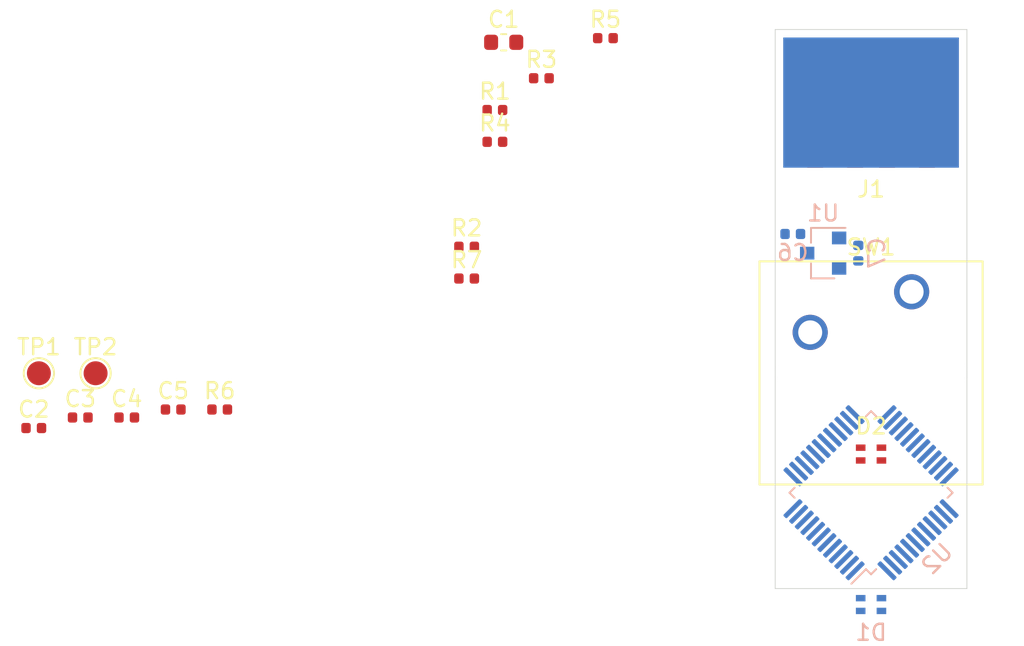
<source format=kicad_pcb>
(kicad_pcb (version 20171130) (host pcbnew 5.1.6)

  (general
    (thickness 1.6)
    (drawings 4)
    (tracks 0)
    (zones 0)
    (modules 22)
    (nets 48)
  )

  (page A4)
  (layers
    (0 F.Cu signal)
    (31 B.Cu signal)
    (32 B.Adhes user)
    (33 F.Adhes user)
    (34 B.Paste user)
    (35 F.Paste user)
    (36 B.SilkS user)
    (37 F.SilkS user)
    (38 B.Mask user)
    (39 F.Mask user)
    (40 Dwgs.User user)
    (41 Cmts.User user)
    (42 Eco1.User user)
    (43 Eco2.User user)
    (44 Edge.Cuts user)
    (45 Margin user)
    (46 B.CrtYd user)
    (47 F.CrtYd user)
    (48 B.Fab user)
    (49 F.Fab user)
  )

  (setup
    (last_trace_width 0.25)
    (trace_clearance 0.2)
    (zone_clearance 0.508)
    (zone_45_only no)
    (trace_min 0.2)
    (via_size 0.8)
    (via_drill 0.4)
    (via_min_size 0.6)
    (via_min_drill 0.3)
    (uvia_size 0.3)
    (uvia_drill 0.1)
    (uvias_allowed no)
    (uvia_min_size 0.2)
    (uvia_min_drill 0.1)
    (edge_width 0.05)
    (segment_width 0.2)
    (pcb_text_width 0.3)
    (pcb_text_size 1.5 1.5)
    (mod_edge_width 0.12)
    (mod_text_size 1 1)
    (mod_text_width 0.15)
    (pad_size 1.524 1.524)
    (pad_drill 0.762)
    (pad_to_mask_clearance 0.05)
    (aux_axis_origin 0 0)
    (visible_elements FFFFF77F)
    (pcbplotparams
      (layerselection 0x010fc_ffffffff)
      (usegerberextensions false)
      (usegerberattributes true)
      (usegerberadvancedattributes true)
      (creategerberjobfile true)
      (excludeedgelayer true)
      (linewidth 0.100000)
      (plotframeref false)
      (viasonmask false)
      (mode 1)
      (useauxorigin false)
      (hpglpennumber 1)
      (hpglpenspeed 20)
      (hpglpendiameter 15.000000)
      (psnegative false)
      (psa4output false)
      (plotreference true)
      (plotvalue true)
      (plotinvisibletext false)
      (padsonsilk false)
      (subtractmaskfromsilk false)
      (outputformat 1)
      (mirror false)
      (drillshape 1)
      (scaleselection 1)
      (outputdirectory ""))
  )

  (net 0 "")
  (net 1 GND)
  (net 2 +3V3)
  (net 3 VBUS)
  (net 4 "Net-(D1-Pad4)")
  (net 5 "Net-(D1-Pad3)")
  (net 6 "Net-(D1-Pad1)")
  (net 7 "Net-(D2-Pad4)")
  (net 8 "Net-(D2-Pad3)")
  (net 9 "Net-(D2-Pad1)")
  (net 10 /D+)
  (net 11 /D-)
  (net 12 /BTN1)
  (net 13 /LED1_R)
  (net 14 /LED1_G)
  (net 15 /LED1_B)
  (net 16 /LED2_R)
  (net 17 /LED2_G)
  (net 18 /LED2_B)
  (net 19 /SWDIO)
  (net 20 /SWCLK)
  (net 21 "Net-(U2-Pad46)")
  (net 22 "Net-(U2-Pad45)")
  (net 23 "Net-(U2-Pad43)")
  (net 24 "Net-(U2-Pad42)")
  (net 25 "Net-(U2-Pad40)")
  (net 26 "Net-(U2-Pad39)")
  (net 27 "Net-(U2-Pad38)")
  (net 28 "Net-(U2-Pad31)")
  (net 29 "Net-(U2-Pad30)")
  (net 30 "Net-(U2-Pad29)")
  (net 31 "Net-(U2-Pad28)")
  (net 32 "Net-(U2-Pad27)")
  (net 33 "Net-(U2-Pad26)")
  (net 34 "Net-(U2-Pad25)")
  (net 35 "Net-(U2-Pad22)")
  (net 36 "Net-(U2-Pad21)")
  (net 37 "Net-(U2-Pad20)")
  (net 38 "Net-(U2-Pad17)")
  (net 39 "Net-(U2-Pad16)")
  (net 40 "Net-(U2-Pad15)")
  (net 41 "Net-(U2-Pad14)")
  (net 42 "Net-(U2-Pad7)")
  (net 43 "Net-(U2-Pad6)")
  (net 44 "Net-(U2-Pad5)")
  (net 45 "Net-(U2-Pad4)")
  (net 46 "Net-(U2-Pad3)")
  (net 47 "Net-(U2-Pad2)")

  (net_class Default "This is the default net class."
    (clearance 0.2)
    (trace_width 0.25)
    (via_dia 0.8)
    (via_drill 0.4)
    (uvia_dia 0.3)
    (uvia_drill 0.1)
    (add_net +3V3)
    (add_net /BTN1)
    (add_net /D+)
    (add_net /D-)
    (add_net /LED1_B)
    (add_net /LED1_G)
    (add_net /LED1_R)
    (add_net /LED2_B)
    (add_net /LED2_G)
    (add_net /LED2_R)
    (add_net /SWCLK)
    (add_net /SWDIO)
    (add_net GND)
    (add_net "Net-(D1-Pad1)")
    (add_net "Net-(D1-Pad3)")
    (add_net "Net-(D1-Pad4)")
    (add_net "Net-(D2-Pad1)")
    (add_net "Net-(D2-Pad3)")
    (add_net "Net-(D2-Pad4)")
    (add_net "Net-(U2-Pad14)")
    (add_net "Net-(U2-Pad15)")
    (add_net "Net-(U2-Pad16)")
    (add_net "Net-(U2-Pad17)")
    (add_net "Net-(U2-Pad2)")
    (add_net "Net-(U2-Pad20)")
    (add_net "Net-(U2-Pad21)")
    (add_net "Net-(U2-Pad22)")
    (add_net "Net-(U2-Pad25)")
    (add_net "Net-(U2-Pad26)")
    (add_net "Net-(U2-Pad27)")
    (add_net "Net-(U2-Pad28)")
    (add_net "Net-(U2-Pad29)")
    (add_net "Net-(U2-Pad3)")
    (add_net "Net-(U2-Pad30)")
    (add_net "Net-(U2-Pad31)")
    (add_net "Net-(U2-Pad38)")
    (add_net "Net-(U2-Pad39)")
    (add_net "Net-(U2-Pad4)")
    (add_net "Net-(U2-Pad40)")
    (add_net "Net-(U2-Pad42)")
    (add_net "Net-(U2-Pad43)")
    (add_net "Net-(U2-Pad45)")
    (add_net "Net-(U2-Pad46)")
    (add_net "Net-(U2-Pad5)")
    (add_net "Net-(U2-Pad6)")
    (add_net "Net-(U2-Pad7)")
    (add_net VBUS)
  )

  (module Capacitor_SMD:C_0402_1005Metric (layer B.Cu) (tedit 5B301BBE) (tstamp 5F92C15E)
    (at 145.1 62.8)
    (descr "Capacitor SMD 0402 (1005 Metric), square (rectangular) end terminal, IPC_7351 nominal, (Body size source: http://www.tortai-tech.com/upload/download/2011102023233369053.pdf), generated with kicad-footprint-generator")
    (tags capacitor)
    (path /5F93753A)
    (attr smd)
    (fp_text reference C6 (at 0 1.17) (layer B.SilkS)
      (effects (font (size 1 1) (thickness 0.15)) (justify mirror))
    )
    (fp_text value 1u (at 0 -1.17) (layer B.Fab)
      (effects (font (size 1 1) (thickness 0.15)) (justify mirror))
    )
    (fp_text user %R (at 0 0) (layer B.Fab)
      (effects (font (size 0.25 0.25) (thickness 0.04)) (justify mirror))
    )
    (fp_line (start -0.5 -0.25) (end -0.5 0.25) (layer B.Fab) (width 0.1))
    (fp_line (start -0.5 0.25) (end 0.5 0.25) (layer B.Fab) (width 0.1))
    (fp_line (start 0.5 0.25) (end 0.5 -0.25) (layer B.Fab) (width 0.1))
    (fp_line (start 0.5 -0.25) (end -0.5 -0.25) (layer B.Fab) (width 0.1))
    (fp_line (start -0.93 -0.47) (end -0.93 0.47) (layer B.CrtYd) (width 0.05))
    (fp_line (start -0.93 0.47) (end 0.93 0.47) (layer B.CrtYd) (width 0.05))
    (fp_line (start 0.93 0.47) (end 0.93 -0.47) (layer B.CrtYd) (width 0.05))
    (fp_line (start 0.93 -0.47) (end -0.93 -0.47) (layer B.CrtYd) (width 0.05))
    (pad 2 smd roundrect (at 0.485 0) (size 0.59 0.64) (layers B.Cu B.Paste B.Mask) (roundrect_rratio 0.25)
      (net 1 GND))
    (pad 1 smd roundrect (at -0.485 0) (size 0.59 0.64) (layers B.Cu B.Paste B.Mask) (roundrect_rratio 0.25)
      (net 3 VBUS))
    (model ${KISYS3DMOD}/Capacitor_SMD.3dshapes/C_0402_1005Metric.wrl
      (at (xyz 0 0 0))
      (scale (xyz 1 1 1))
      (rotate (xyz 0 0 0))
    )
  )

  (module Package_QFP:LQFP-48_7x7mm_P0.5mm (layer B.Cu) (tedit 5D9F72AF) (tstamp 5F92E9DF)
    (at 150 79 45)
    (descr "LQFP, 48 Pin (https://www.analog.com/media/en/technical-documentation/data-sheets/ltc2358-16.pdf), generated with kicad-footprint-generator ipc_gullwing_generator.py")
    (tags "LQFP QFP")
    (path /5F878F8D)
    (attr smd)
    (fp_text reference U2 (at 0 5.85 45) (layer B.SilkS)
      (effects (font (size 1 1) (thickness 0.15)) (justify mirror))
    )
    (fp_text value STM32F072CBT6 (at 0 -5.85 45) (layer B.Fab)
      (effects (font (size 1 1) (thickness 0.15)) (justify mirror))
    )
    (fp_line (start 3.16 -3.61) (end 3.61 -3.61) (layer B.SilkS) (width 0.12))
    (fp_line (start 3.61 -3.61) (end 3.61 -3.16) (layer B.SilkS) (width 0.12))
    (fp_line (start -3.16 -3.61) (end -3.61 -3.61) (layer B.SilkS) (width 0.12))
    (fp_line (start -3.61 -3.61) (end -3.61 -3.16) (layer B.SilkS) (width 0.12))
    (fp_line (start 3.16 3.61) (end 3.61 3.61) (layer B.SilkS) (width 0.12))
    (fp_line (start 3.61 3.61) (end 3.61 3.16) (layer B.SilkS) (width 0.12))
    (fp_line (start -3.16 3.61) (end -3.61 3.61) (layer B.SilkS) (width 0.12))
    (fp_line (start -3.61 3.61) (end -3.61 3.16) (layer B.SilkS) (width 0.12))
    (fp_line (start -3.61 3.16) (end -4.9 3.16) (layer B.SilkS) (width 0.12))
    (fp_line (start -2.5 3.5) (end 3.5 3.5) (layer B.Fab) (width 0.1))
    (fp_line (start 3.5 3.5) (end 3.5 -3.5) (layer B.Fab) (width 0.1))
    (fp_line (start 3.5 -3.5) (end -3.5 -3.5) (layer B.Fab) (width 0.1))
    (fp_line (start -3.5 -3.5) (end -3.5 2.5) (layer B.Fab) (width 0.1))
    (fp_line (start -3.5 2.5) (end -2.5 3.5) (layer B.Fab) (width 0.1))
    (fp_line (start 0 5.15) (end -3.15 5.15) (layer B.CrtYd) (width 0.05))
    (fp_line (start -3.15 5.15) (end -3.15 3.75) (layer B.CrtYd) (width 0.05))
    (fp_line (start -3.15 3.75) (end -3.75 3.75) (layer B.CrtYd) (width 0.05))
    (fp_line (start -3.75 3.75) (end -3.75 3.15) (layer B.CrtYd) (width 0.05))
    (fp_line (start -3.75 3.15) (end -5.15 3.15) (layer B.CrtYd) (width 0.05))
    (fp_line (start -5.15 3.15) (end -5.15 0) (layer B.CrtYd) (width 0.05))
    (fp_line (start 0 5.15) (end 3.15 5.15) (layer B.CrtYd) (width 0.05))
    (fp_line (start 3.15 5.15) (end 3.15 3.75) (layer B.CrtYd) (width 0.05))
    (fp_line (start 3.15 3.75) (end 3.75 3.75) (layer B.CrtYd) (width 0.05))
    (fp_line (start 3.75 3.75) (end 3.75 3.15) (layer B.CrtYd) (width 0.05))
    (fp_line (start 3.75 3.15) (end 5.15 3.15) (layer B.CrtYd) (width 0.05))
    (fp_line (start 5.15 3.15) (end 5.15 0) (layer B.CrtYd) (width 0.05))
    (fp_line (start 0 -5.15) (end -3.15 -5.15) (layer B.CrtYd) (width 0.05))
    (fp_line (start -3.15 -5.15) (end -3.15 -3.75) (layer B.CrtYd) (width 0.05))
    (fp_line (start -3.15 -3.75) (end -3.75 -3.75) (layer B.CrtYd) (width 0.05))
    (fp_line (start -3.75 -3.75) (end -3.75 -3.15) (layer B.CrtYd) (width 0.05))
    (fp_line (start -3.75 -3.15) (end -5.15 -3.15) (layer B.CrtYd) (width 0.05))
    (fp_line (start -5.15 -3.15) (end -5.15 0) (layer B.CrtYd) (width 0.05))
    (fp_line (start 0 -5.15) (end 3.15 -5.15) (layer B.CrtYd) (width 0.05))
    (fp_line (start 3.15 -5.15) (end 3.15 -3.75) (layer B.CrtYd) (width 0.05))
    (fp_line (start 3.15 -3.75) (end 3.75 -3.75) (layer B.CrtYd) (width 0.05))
    (fp_line (start 3.75 -3.75) (end 3.75 -3.15) (layer B.CrtYd) (width 0.05))
    (fp_line (start 3.75 -3.15) (end 5.15 -3.15) (layer B.CrtYd) (width 0.05))
    (fp_line (start 5.15 -3.15) (end 5.15 0) (layer B.CrtYd) (width 0.05))
    (fp_text user %R (at 0 0 45) (layer B.Fab)
      (effects (font (size 1 1) (thickness 0.15)) (justify mirror))
    )
    (pad 48 smd roundrect (at -2.75 4.1625 45) (size 0.3 1.475) (layers B.Cu B.Paste B.Mask) (roundrect_rratio 0.25)
      (net 2 +3V3))
    (pad 47 smd roundrect (at -2.25 4.1625 45) (size 0.3 1.475) (layers B.Cu B.Paste B.Mask) (roundrect_rratio 0.25)
      (net 1 GND))
    (pad 46 smd roundrect (at -1.75 4.1625 45) (size 0.3 1.475) (layers B.Cu B.Paste B.Mask) (roundrect_rratio 0.25)
      (net 21 "Net-(U2-Pad46)"))
    (pad 45 smd roundrect (at -1.25 4.1625 45) (size 0.3 1.475) (layers B.Cu B.Paste B.Mask) (roundrect_rratio 0.25)
      (net 22 "Net-(U2-Pad45)"))
    (pad 44 smd roundrect (at -0.75 4.1625 45) (size 0.3 1.475) (layers B.Cu B.Paste B.Mask) (roundrect_rratio 0.25)
      (net 12 /BTN1))
    (pad 43 smd roundrect (at -0.25 4.1625 45) (size 0.3 1.475) (layers B.Cu B.Paste B.Mask) (roundrect_rratio 0.25)
      (net 23 "Net-(U2-Pad43)"))
    (pad 42 smd roundrect (at 0.25 4.1625 45) (size 0.3 1.475) (layers B.Cu B.Paste B.Mask) (roundrect_rratio 0.25)
      (net 24 "Net-(U2-Pad42)"))
    (pad 41 smd roundrect (at 0.75 4.1625 45) (size 0.3 1.475) (layers B.Cu B.Paste B.Mask) (roundrect_rratio 0.25)
      (net 18 /LED2_B))
    (pad 40 smd roundrect (at 1.25 4.1625 45) (size 0.3 1.475) (layers B.Cu B.Paste B.Mask) (roundrect_rratio 0.25)
      (net 25 "Net-(U2-Pad40)"))
    (pad 39 smd roundrect (at 1.75 4.1625 45) (size 0.3 1.475) (layers B.Cu B.Paste B.Mask) (roundrect_rratio 0.25)
      (net 26 "Net-(U2-Pad39)"))
    (pad 38 smd roundrect (at 2.25 4.1625 45) (size 0.3 1.475) (layers B.Cu B.Paste B.Mask) (roundrect_rratio 0.25)
      (net 27 "Net-(U2-Pad38)"))
    (pad 37 smd roundrect (at 2.75 4.1625 45) (size 0.3 1.475) (layers B.Cu B.Paste B.Mask) (roundrect_rratio 0.25)
      (net 20 /SWCLK))
    (pad 36 smd roundrect (at 4.1625 2.75 45) (size 1.475 0.3) (layers B.Cu B.Paste B.Mask) (roundrect_rratio 0.25)
      (net 2 +3V3))
    (pad 35 smd roundrect (at 4.1625 2.25 45) (size 1.475 0.3) (layers B.Cu B.Paste B.Mask) (roundrect_rratio 0.25)
      (net 1 GND))
    (pad 34 smd roundrect (at 4.1625 1.75 45) (size 1.475 0.3) (layers B.Cu B.Paste B.Mask) (roundrect_rratio 0.25)
      (net 19 /SWDIO))
    (pad 33 smd roundrect (at 4.1625 1.25 45) (size 1.475 0.3) (layers B.Cu B.Paste B.Mask) (roundrect_rratio 0.25)
      (net 10 /D+))
    (pad 32 smd roundrect (at 4.1625 0.75 45) (size 1.475 0.3) (layers B.Cu B.Paste B.Mask) (roundrect_rratio 0.25)
      (net 11 /D-))
    (pad 31 smd roundrect (at 4.1625 0.25 45) (size 1.475 0.3) (layers B.Cu B.Paste B.Mask) (roundrect_rratio 0.25)
      (net 28 "Net-(U2-Pad31)"))
    (pad 30 smd roundrect (at 4.1625 -0.25 45) (size 1.475 0.3) (layers B.Cu B.Paste B.Mask) (roundrect_rratio 0.25)
      (net 29 "Net-(U2-Pad30)"))
    (pad 29 smd roundrect (at 4.1625 -0.75 45) (size 1.475 0.3) (layers B.Cu B.Paste B.Mask) (roundrect_rratio 0.25)
      (net 30 "Net-(U2-Pad29)"))
    (pad 28 smd roundrect (at 4.1625 -1.25 45) (size 1.475 0.3) (layers B.Cu B.Paste B.Mask) (roundrect_rratio 0.25)
      (net 31 "Net-(U2-Pad28)"))
    (pad 27 smd roundrect (at 4.1625 -1.75 45) (size 1.475 0.3) (layers B.Cu B.Paste B.Mask) (roundrect_rratio 0.25)
      (net 32 "Net-(U2-Pad27)"))
    (pad 26 smd roundrect (at 4.1625 -2.25 45) (size 1.475 0.3) (layers B.Cu B.Paste B.Mask) (roundrect_rratio 0.25)
      (net 33 "Net-(U2-Pad26)"))
    (pad 25 smd roundrect (at 4.1625 -2.75 45) (size 1.475 0.3) (layers B.Cu B.Paste B.Mask) (roundrect_rratio 0.25)
      (net 34 "Net-(U2-Pad25)"))
    (pad 24 smd roundrect (at 2.75 -4.1625 45) (size 0.3 1.475) (layers B.Cu B.Paste B.Mask) (roundrect_rratio 0.25)
      (net 2 +3V3))
    (pad 23 smd roundrect (at 2.25 -4.1625 45) (size 0.3 1.475) (layers B.Cu B.Paste B.Mask) (roundrect_rratio 0.25)
      (net 1 GND))
    (pad 22 smd roundrect (at 1.75 -4.1625 45) (size 0.3 1.475) (layers B.Cu B.Paste B.Mask) (roundrect_rratio 0.25)
      (net 35 "Net-(U2-Pad22)"))
    (pad 21 smd roundrect (at 1.25 -4.1625 45) (size 0.3 1.475) (layers B.Cu B.Paste B.Mask) (roundrect_rratio 0.25)
      (net 36 "Net-(U2-Pad21)"))
    (pad 20 smd roundrect (at 0.75 -4.1625 45) (size 0.3 1.475) (layers B.Cu B.Paste B.Mask) (roundrect_rratio 0.25)
      (net 37 "Net-(U2-Pad20)"))
    (pad 19 smd roundrect (at 0.25 -4.1625 45) (size 0.3 1.475) (layers B.Cu B.Paste B.Mask) (roundrect_rratio 0.25)
      (net 16 /LED2_R))
    (pad 18 smd roundrect (at -0.25 -4.1625 45) (size 0.3 1.475) (layers B.Cu B.Paste B.Mask) (roundrect_rratio 0.25)
      (net 17 /LED2_G))
    (pad 17 smd roundrect (at -0.75 -4.1625 45) (size 0.3 1.475) (layers B.Cu B.Paste B.Mask) (roundrect_rratio 0.25)
      (net 38 "Net-(U2-Pad17)"))
    (pad 16 smd roundrect (at -1.25 -4.1625 45) (size 0.3 1.475) (layers B.Cu B.Paste B.Mask) (roundrect_rratio 0.25)
      (net 39 "Net-(U2-Pad16)"))
    (pad 15 smd roundrect (at -1.75 -4.1625 45) (size 0.3 1.475) (layers B.Cu B.Paste B.Mask) (roundrect_rratio 0.25)
      (net 40 "Net-(U2-Pad15)"))
    (pad 14 smd roundrect (at -2.25 -4.1625 45) (size 0.3 1.475) (layers B.Cu B.Paste B.Mask) (roundrect_rratio 0.25)
      (net 41 "Net-(U2-Pad14)"))
    (pad 13 smd roundrect (at -2.75 -4.1625 45) (size 0.3 1.475) (layers B.Cu B.Paste B.Mask) (roundrect_rratio 0.25)
      (net 12 /BTN1))
    (pad 12 smd roundrect (at -4.1625 -2.75 45) (size 1.475 0.3) (layers B.Cu B.Paste B.Mask) (roundrect_rratio 0.25)
      (net 13 /LED1_R))
    (pad 11 smd roundrect (at -4.1625 -2.25 45) (size 1.475 0.3) (layers B.Cu B.Paste B.Mask) (roundrect_rratio 0.25)
      (net 14 /LED1_G))
    (pad 10 smd roundrect (at -4.1625 -1.75 45) (size 1.475 0.3) (layers B.Cu B.Paste B.Mask) (roundrect_rratio 0.25)
      (net 15 /LED1_B))
    (pad 9 smd roundrect (at -4.1625 -1.25 45) (size 1.475 0.3) (layers B.Cu B.Paste B.Mask) (roundrect_rratio 0.25)
      (net 2 +3V3))
    (pad 8 smd roundrect (at -4.1625 -0.75 45) (size 1.475 0.3) (layers B.Cu B.Paste B.Mask) (roundrect_rratio 0.25)
      (net 1 GND))
    (pad 7 smd roundrect (at -4.1625 -0.25 45) (size 1.475 0.3) (layers B.Cu B.Paste B.Mask) (roundrect_rratio 0.25)
      (net 42 "Net-(U2-Pad7)"))
    (pad 6 smd roundrect (at -4.1625 0.25 45) (size 1.475 0.3) (layers B.Cu B.Paste B.Mask) (roundrect_rratio 0.25)
      (net 43 "Net-(U2-Pad6)"))
    (pad 5 smd roundrect (at -4.1625 0.75 45) (size 1.475 0.3) (layers B.Cu B.Paste B.Mask) (roundrect_rratio 0.25)
      (net 44 "Net-(U2-Pad5)"))
    (pad 4 smd roundrect (at -4.1625 1.25 45) (size 1.475 0.3) (layers B.Cu B.Paste B.Mask) (roundrect_rratio 0.25)
      (net 45 "Net-(U2-Pad4)"))
    (pad 3 smd roundrect (at -4.1625 1.75 45) (size 1.475 0.3) (layers B.Cu B.Paste B.Mask) (roundrect_rratio 0.25)
      (net 46 "Net-(U2-Pad3)"))
    (pad 2 smd roundrect (at -4.1625 2.25 45) (size 1.475 0.3) (layers B.Cu B.Paste B.Mask) (roundrect_rratio 0.25)
      (net 47 "Net-(U2-Pad2)"))
    (pad 1 smd roundrect (at -4.1625 2.75 45) (size 1.475 0.3) (layers B.Cu B.Paste B.Mask) (roundrect_rratio 0.25)
      (net 2 +3V3))
    (model ${KISYS3DMOD}/Package_QFP.3dshapes/LQFP-48_7x7mm_P0.5mm.wrl
      (at (xyz 0 0 0))
      (scale (xyz 1 1 1))
      (rotate (xyz 0 0 0))
    )
  )

  (module Package_TO_SOT_SMD:SOT-23 (layer B.Cu) (tedit 5A02FF57) (tstamp 5F92B4F1)
    (at 147 64 180)
    (descr "SOT-23, Standard")
    (tags SOT-23)
    (path /5FA01775)
    (attr smd)
    (fp_text reference U1 (at 0 2.5) (layer B.SilkS)
      (effects (font (size 1 1) (thickness 0.15)) (justify mirror))
    )
    (fp_text value XC6206P332MR (at 0 -2.5) (layer B.Fab)
      (effects (font (size 1 1) (thickness 0.15)) (justify mirror))
    )
    (fp_text user %R (at 0 0 -90) (layer B.Fab)
      (effects (font (size 0.5 0.5) (thickness 0.075)) (justify mirror))
    )
    (fp_line (start 0.76 -1.58) (end -0.7 -1.58) (layer B.SilkS) (width 0.12))
    (fp_line (start 0.76 1.58) (end -1.4 1.58) (layer B.SilkS) (width 0.12))
    (fp_line (start -1.7 -1.75) (end -1.7 1.75) (layer B.CrtYd) (width 0.05))
    (fp_line (start 1.7 -1.75) (end -1.7 -1.75) (layer B.CrtYd) (width 0.05))
    (fp_line (start 1.7 1.75) (end 1.7 -1.75) (layer B.CrtYd) (width 0.05))
    (fp_line (start -1.7 1.75) (end 1.7 1.75) (layer B.CrtYd) (width 0.05))
    (fp_line (start 0.76 1.58) (end 0.76 0.65) (layer B.SilkS) (width 0.12))
    (fp_line (start 0.76 -1.58) (end 0.76 -0.65) (layer B.SilkS) (width 0.12))
    (fp_line (start -0.7 -1.52) (end 0.7 -1.52) (layer B.Fab) (width 0.1))
    (fp_line (start 0.7 1.52) (end 0.7 -1.52) (layer B.Fab) (width 0.1))
    (fp_line (start -0.7 0.95) (end -0.15 1.52) (layer B.Fab) (width 0.1))
    (fp_line (start -0.15 1.52) (end 0.7 1.52) (layer B.Fab) (width 0.1))
    (fp_line (start -0.7 0.95) (end -0.7 -1.5) (layer B.Fab) (width 0.1))
    (pad 1 smd rect (at -1 0.95 180) (size 0.9 0.8) (layers B.Cu B.Paste B.Mask)
      (net 1 GND))
    (pad 2 smd rect (at -1 -0.95 180) (size 0.9 0.8) (layers B.Cu B.Paste B.Mask)
      (net 2 +3V3))
    (pad 3 smd rect (at 1 0 180) (size 0.9 0.8) (layers B.Cu B.Paste B.Mask)
      (net 3 VBUS))
    (model ${KISYS3DMOD}/Package_TO_SOT_SMD.3dshapes/SOT-23.wrl
      (at (xyz 0 0 0))
      (scale (xyz 1 1 1))
      (rotate (xyz 0 0 0))
    )
  )

  (module TestPoint:TestPoint_Pad_D1.5mm (layer F.Cu) (tedit 5A0F774F) (tstamp 5F92A952)
    (at 101.45 71.52)
    (descr "SMD pad as test Point, diameter 1.5mm")
    (tags "test point SMD pad")
    (path /5FCB2854)
    (attr virtual)
    (fp_text reference TP2 (at 0 -1.648) (layer F.SilkS)
      (effects (font (size 1 1) (thickness 0.15)))
    )
    (fp_text value SWCLK (at 0 1.75) (layer F.Fab)
      (effects (font (size 1 1) (thickness 0.15)))
    )
    (fp_circle (center 0 0) (end 1.25 0) (layer F.CrtYd) (width 0.05))
    (fp_circle (center 0 0) (end 0 0.95) (layer F.SilkS) (width 0.12))
    (fp_text user %R (at 0 -1.65) (layer F.Fab)
      (effects (font (size 1 1) (thickness 0.15)))
    )
    (pad 1 smd circle (at 0 0) (size 1.5 1.5) (layers F.Cu F.Mask)
      (net 20 /SWCLK))
  )

  (module TestPoint:TestPoint_Pad_D1.5mm (layer F.Cu) (tedit 5A0F774F) (tstamp 5F92A94A)
    (at 97.9 71.52)
    (descr "SMD pad as test Point, diameter 1.5mm")
    (tags "test point SMD pad")
    (path /5FCAA338)
    (attr virtual)
    (fp_text reference TP1 (at 0 -1.648) (layer F.SilkS)
      (effects (font (size 1 1) (thickness 0.15)))
    )
    (fp_text value SWDIO (at 0 1.75) (layer F.Fab)
      (effects (font (size 1 1) (thickness 0.15)))
    )
    (fp_circle (center 0 0) (end 1.25 0) (layer F.CrtYd) (width 0.05))
    (fp_circle (center 0 0) (end 0 0.95) (layer F.SilkS) (width 0.12))
    (fp_text user %R (at 0 -1.65) (layer F.Fab)
      (effects (font (size 1 1) (thickness 0.15)))
    )
    (pad 1 smd circle (at 0 0) (size 1.5 1.5) (layers F.Cu F.Mask)
      (net 19 /SWDIO))
  )

  (module Button_Switch_Keyboard:SW_Cherry_MX_1.00u_PCB (layer F.Cu) (tedit 5A02FE24) (tstamp 5F92DCF2)
    (at 152.54 66.42)
    (descr "Cherry MX keyswitch, 1.00u, PCB mount, http://cherryamericas.com/wp-content/uploads/2014/12/mx_cat.pdf")
    (tags "Cherry MX keyswitch 1.00u PCB")
    (path /5F925207)
    (fp_text reference SW1 (at -2.54 -2.794) (layer F.SilkS)
      (effects (font (size 1 1) (thickness 0.15)))
    )
    (fp_text value MXxx-xxxx (at -2.54 12.954) (layer F.Fab)
      (effects (font (size 1 1) (thickness 0.15)))
    )
    (fp_line (start -8.89 -1.27) (end 3.81 -1.27) (layer F.Fab) (width 0.1))
    (fp_line (start 3.81 -1.27) (end 3.81 11.43) (layer F.Fab) (width 0.1))
    (fp_line (start 3.81 11.43) (end -8.89 11.43) (layer F.Fab) (width 0.1))
    (fp_line (start -8.89 11.43) (end -8.89 -1.27) (layer F.Fab) (width 0.1))
    (fp_line (start -9.14 11.68) (end -9.14 -1.52) (layer F.CrtYd) (width 0.05))
    (fp_line (start 4.06 11.68) (end -9.14 11.68) (layer F.CrtYd) (width 0.05))
    (fp_line (start 4.06 -1.52) (end 4.06 11.68) (layer F.CrtYd) (width 0.05))
    (fp_line (start -9.14 -1.52) (end 4.06 -1.52) (layer F.CrtYd) (width 0.05))
    (fp_line (start -12.065 -4.445) (end 6.985 -4.445) (layer Dwgs.User) (width 0.15))
    (fp_line (start 6.985 -4.445) (end 6.985 14.605) (layer Dwgs.User) (width 0.15))
    (fp_line (start 6.985 14.605) (end -12.065 14.605) (layer Dwgs.User) (width 0.15))
    (fp_line (start -12.065 14.605) (end -12.065 -4.445) (layer Dwgs.User) (width 0.15))
    (fp_line (start -9.525 -1.905) (end 4.445 -1.905) (layer F.SilkS) (width 0.12))
    (fp_line (start 4.445 -1.905) (end 4.445 12.065) (layer F.SilkS) (width 0.12))
    (fp_line (start 4.445 12.065) (end -9.525 12.065) (layer F.SilkS) (width 0.12))
    (fp_line (start -9.525 12.065) (end -9.525 -1.905) (layer F.SilkS) (width 0.12))
    (fp_text user %R (at -2.54 -2.794) (layer F.Fab)
      (effects (font (size 1 1) (thickness 0.15)))
    )
    (pad "" np_thru_hole circle (at 2.54 5.08) (size 1.7 1.7) (drill 1.7) (layers *.Cu *.Mask))
    (pad "" np_thru_hole circle (at -7.62 5.08) (size 1.7 1.7) (drill 1.7) (layers *.Cu *.Mask))
    (pad "" np_thru_hole circle (at -2.54 5.08) (size 4 4) (drill 4) (layers *.Cu *.Mask))
    (pad 2 thru_hole circle (at -6.35 2.54) (size 2.2 2.2) (drill 1.5) (layers *.Cu *.Mask)
      (net 2 +3V3))
    (pad 1 thru_hole circle (at 0 0) (size 2.2 2.2) (drill 1.5) (layers *.Cu *.Mask)
      (net 12 /BTN1))
    (model ${KISYS3DMOD}/Button_Switch_Keyboard.3dshapes/SW_Cherry_MX_1.00u_PCB.wrl
      (at (xyz 0 0 0))
      (scale (xyz 1 1 1))
      (rotate (xyz 0 0 0))
    )
  )

  (module Resistor_SMD:R_0402_1005Metric (layer F.Cu) (tedit 5B301BBD) (tstamp 5F92A928)
    (at 124.68 65.59)
    (descr "Resistor SMD 0402 (1005 Metric), square (rectangular) end terminal, IPC_7351 nominal, (Body size source: http://www.tortai-tech.com/upload/download/2011102023233369053.pdf), generated with kicad-footprint-generator")
    (tags resistor)
    (path /5FDA0D19)
    (attr smd)
    (fp_text reference R7 (at 0 -1.17) (layer F.SilkS)
      (effects (font (size 1 1) (thickness 0.15)))
    )
    (fp_text value 1k (at 0 1.17) (layer F.Fab)
      (effects (font (size 1 1) (thickness 0.15)))
    )
    (fp_line (start -0.5 0.25) (end -0.5 -0.25) (layer F.Fab) (width 0.1))
    (fp_line (start -0.5 -0.25) (end 0.5 -0.25) (layer F.Fab) (width 0.1))
    (fp_line (start 0.5 -0.25) (end 0.5 0.25) (layer F.Fab) (width 0.1))
    (fp_line (start 0.5 0.25) (end -0.5 0.25) (layer F.Fab) (width 0.1))
    (fp_line (start -0.93 0.47) (end -0.93 -0.47) (layer F.CrtYd) (width 0.05))
    (fp_line (start -0.93 -0.47) (end 0.93 -0.47) (layer F.CrtYd) (width 0.05))
    (fp_line (start 0.93 -0.47) (end 0.93 0.47) (layer F.CrtYd) (width 0.05))
    (fp_line (start 0.93 0.47) (end -0.93 0.47) (layer F.CrtYd) (width 0.05))
    (fp_text user %R (at 0 0) (layer F.Fab)
      (effects (font (size 0.25 0.25) (thickness 0.04)))
    )
    (pad 2 smd roundrect (at 0.485 0) (size 0.59 0.64) (layers F.Cu F.Paste F.Mask) (roundrect_rratio 0.25)
      (net 8 "Net-(D2-Pad3)"))
    (pad 1 smd roundrect (at -0.485 0) (size 0.59 0.64) (layers F.Cu F.Paste F.Mask) (roundrect_rratio 0.25)
      (net 18 /LED2_B))
    (model ${KISYS3DMOD}/Resistor_SMD.3dshapes/R_0402_1005Metric.wrl
      (at (xyz 0 0 0))
      (scale (xyz 1 1 1))
      (rotate (xyz 0 0 0))
    )
  )

  (module Resistor_SMD:R_0402_1005Metric (layer F.Cu) (tedit 5B301BBD) (tstamp 5F92A919)
    (at 109.22 73.79)
    (descr "Resistor SMD 0402 (1005 Metric), square (rectangular) end terminal, IPC_7351 nominal, (Body size source: http://www.tortai-tech.com/upload/download/2011102023233369053.pdf), generated with kicad-footprint-generator")
    (tags resistor)
    (path /5FDA00DF)
    (attr smd)
    (fp_text reference R6 (at 0 -1.17) (layer F.SilkS)
      (effects (font (size 1 1) (thickness 0.15)))
    )
    (fp_text value 1k (at 0 1.17) (layer F.Fab)
      (effects (font (size 1 1) (thickness 0.15)))
    )
    (fp_line (start -0.5 0.25) (end -0.5 -0.25) (layer F.Fab) (width 0.1))
    (fp_line (start -0.5 -0.25) (end 0.5 -0.25) (layer F.Fab) (width 0.1))
    (fp_line (start 0.5 -0.25) (end 0.5 0.25) (layer F.Fab) (width 0.1))
    (fp_line (start 0.5 0.25) (end -0.5 0.25) (layer F.Fab) (width 0.1))
    (fp_line (start -0.93 0.47) (end -0.93 -0.47) (layer F.CrtYd) (width 0.05))
    (fp_line (start -0.93 -0.47) (end 0.93 -0.47) (layer F.CrtYd) (width 0.05))
    (fp_line (start 0.93 -0.47) (end 0.93 0.47) (layer F.CrtYd) (width 0.05))
    (fp_line (start 0.93 0.47) (end -0.93 0.47) (layer F.CrtYd) (width 0.05))
    (fp_text user %R (at 0 0) (layer F.Fab)
      (effects (font (size 0.25 0.25) (thickness 0.04)))
    )
    (pad 2 smd roundrect (at 0.485 0) (size 0.59 0.64) (layers F.Cu F.Paste F.Mask) (roundrect_rratio 0.25)
      (net 7 "Net-(D2-Pad4)"))
    (pad 1 smd roundrect (at -0.485 0) (size 0.59 0.64) (layers F.Cu F.Paste F.Mask) (roundrect_rratio 0.25)
      (net 17 /LED2_G))
    (model ${KISYS3DMOD}/Resistor_SMD.3dshapes/R_0402_1005Metric.wrl
      (at (xyz 0 0 0))
      (scale (xyz 1 1 1))
      (rotate (xyz 0 0 0))
    )
  )

  (module Resistor_SMD:R_0402_1005Metric (layer F.Cu) (tedit 5B301BBD) (tstamp 5F92A90A)
    (at 133.37 50.54)
    (descr "Resistor SMD 0402 (1005 Metric), square (rectangular) end terminal, IPC_7351 nominal, (Body size source: http://www.tortai-tech.com/upload/download/2011102023233369053.pdf), generated with kicad-footprint-generator")
    (tags resistor)
    (path /5FD9D2CE)
    (attr smd)
    (fp_text reference R5 (at 0 -1.17) (layer F.SilkS)
      (effects (font (size 1 1) (thickness 0.15)))
    )
    (fp_text value 1k (at 0 1.17) (layer F.Fab)
      (effects (font (size 1 1) (thickness 0.15)))
    )
    (fp_line (start -0.5 0.25) (end -0.5 -0.25) (layer F.Fab) (width 0.1))
    (fp_line (start -0.5 -0.25) (end 0.5 -0.25) (layer F.Fab) (width 0.1))
    (fp_line (start 0.5 -0.25) (end 0.5 0.25) (layer F.Fab) (width 0.1))
    (fp_line (start 0.5 0.25) (end -0.5 0.25) (layer F.Fab) (width 0.1))
    (fp_line (start -0.93 0.47) (end -0.93 -0.47) (layer F.CrtYd) (width 0.05))
    (fp_line (start -0.93 -0.47) (end 0.93 -0.47) (layer F.CrtYd) (width 0.05))
    (fp_line (start 0.93 -0.47) (end 0.93 0.47) (layer F.CrtYd) (width 0.05))
    (fp_line (start 0.93 0.47) (end -0.93 0.47) (layer F.CrtYd) (width 0.05))
    (fp_text user %R (at 0 0) (layer F.Fab)
      (effects (font (size 0.25 0.25) (thickness 0.04)))
    )
    (pad 2 smd roundrect (at 0.485 0) (size 0.59 0.64) (layers F.Cu F.Paste F.Mask) (roundrect_rratio 0.25)
      (net 9 "Net-(D2-Pad1)"))
    (pad 1 smd roundrect (at -0.485 0) (size 0.59 0.64) (layers F.Cu F.Paste F.Mask) (roundrect_rratio 0.25)
      (net 16 /LED2_R))
    (model ${KISYS3DMOD}/Resistor_SMD.3dshapes/R_0402_1005Metric.wrl
      (at (xyz 0 0 0))
      (scale (xyz 1 1 1))
      (rotate (xyz 0 0 0))
    )
  )

  (module Resistor_SMD:R_0402_1005Metric (layer F.Cu) (tedit 5B301BBD) (tstamp 5F92A8FB)
    (at 126.45 57.03)
    (descr "Resistor SMD 0402 (1005 Metric), square (rectangular) end terminal, IPC_7351 nominal, (Body size source: http://www.tortai-tech.com/upload/download/2011102023233369053.pdf), generated with kicad-footprint-generator")
    (tags resistor)
    (path /5F9366E4)
    (attr smd)
    (fp_text reference R4 (at 0 -1.17) (layer F.SilkS)
      (effects (font (size 1 1) (thickness 0.15)))
    )
    (fp_text value 1k (at 0 1.17) (layer F.Fab)
      (effects (font (size 1 1) (thickness 0.15)))
    )
    (fp_line (start -0.5 0.25) (end -0.5 -0.25) (layer F.Fab) (width 0.1))
    (fp_line (start -0.5 -0.25) (end 0.5 -0.25) (layer F.Fab) (width 0.1))
    (fp_line (start 0.5 -0.25) (end 0.5 0.25) (layer F.Fab) (width 0.1))
    (fp_line (start 0.5 0.25) (end -0.5 0.25) (layer F.Fab) (width 0.1))
    (fp_line (start -0.93 0.47) (end -0.93 -0.47) (layer F.CrtYd) (width 0.05))
    (fp_line (start -0.93 -0.47) (end 0.93 -0.47) (layer F.CrtYd) (width 0.05))
    (fp_line (start 0.93 -0.47) (end 0.93 0.47) (layer F.CrtYd) (width 0.05))
    (fp_line (start 0.93 0.47) (end -0.93 0.47) (layer F.CrtYd) (width 0.05))
    (fp_text user %R (at 0 0) (layer F.Fab)
      (effects (font (size 0.25 0.25) (thickness 0.04)))
    )
    (pad 2 smd roundrect (at 0.485 0) (size 0.59 0.64) (layers F.Cu F.Paste F.Mask) (roundrect_rratio 0.25)
      (net 5 "Net-(D1-Pad3)"))
    (pad 1 smd roundrect (at -0.485 0) (size 0.59 0.64) (layers F.Cu F.Paste F.Mask) (roundrect_rratio 0.25)
      (net 15 /LED1_B))
    (model ${KISYS3DMOD}/Resistor_SMD.3dshapes/R_0402_1005Metric.wrl
      (at (xyz 0 0 0))
      (scale (xyz 1 1 1))
      (rotate (xyz 0 0 0))
    )
  )

  (module Resistor_SMD:R_0402_1005Metric (layer F.Cu) (tedit 5B301BBD) (tstamp 5F92A8EC)
    (at 129.36 53.05)
    (descr "Resistor SMD 0402 (1005 Metric), square (rectangular) end terminal, IPC_7351 nominal, (Body size source: http://www.tortai-tech.com/upload/download/2011102023233369053.pdf), generated with kicad-footprint-generator")
    (tags resistor)
    (path /5F935EFD)
    (attr smd)
    (fp_text reference R3 (at 0 -1.17) (layer F.SilkS)
      (effects (font (size 1 1) (thickness 0.15)))
    )
    (fp_text value 1k (at 0 1.17) (layer F.Fab)
      (effects (font (size 1 1) (thickness 0.15)))
    )
    (fp_line (start -0.5 0.25) (end -0.5 -0.25) (layer F.Fab) (width 0.1))
    (fp_line (start -0.5 -0.25) (end 0.5 -0.25) (layer F.Fab) (width 0.1))
    (fp_line (start 0.5 -0.25) (end 0.5 0.25) (layer F.Fab) (width 0.1))
    (fp_line (start 0.5 0.25) (end -0.5 0.25) (layer F.Fab) (width 0.1))
    (fp_line (start -0.93 0.47) (end -0.93 -0.47) (layer F.CrtYd) (width 0.05))
    (fp_line (start -0.93 -0.47) (end 0.93 -0.47) (layer F.CrtYd) (width 0.05))
    (fp_line (start 0.93 -0.47) (end 0.93 0.47) (layer F.CrtYd) (width 0.05))
    (fp_line (start 0.93 0.47) (end -0.93 0.47) (layer F.CrtYd) (width 0.05))
    (fp_text user %R (at 0 0) (layer F.Fab)
      (effects (font (size 0.25 0.25) (thickness 0.04)))
    )
    (pad 2 smd roundrect (at 0.485 0) (size 0.59 0.64) (layers F.Cu F.Paste F.Mask) (roundrect_rratio 0.25)
      (net 4 "Net-(D1-Pad4)"))
    (pad 1 smd roundrect (at -0.485 0) (size 0.59 0.64) (layers F.Cu F.Paste F.Mask) (roundrect_rratio 0.25)
      (net 14 /LED1_G))
    (model ${KISYS3DMOD}/Resistor_SMD.3dshapes/R_0402_1005Metric.wrl
      (at (xyz 0 0 0))
      (scale (xyz 1 1 1))
      (rotate (xyz 0 0 0))
    )
  )

  (module Resistor_SMD:R_0402_1005Metric (layer F.Cu) (tedit 5B301BBD) (tstamp 5F92A8DD)
    (at 124.68 63.6)
    (descr "Resistor SMD 0402 (1005 Metric), square (rectangular) end terminal, IPC_7351 nominal, (Body size source: http://www.tortai-tech.com/upload/download/2011102023233369053.pdf), generated with kicad-footprint-generator")
    (tags resistor)
    (path /5F9354AF)
    (attr smd)
    (fp_text reference R2 (at 0 -1.17) (layer F.SilkS)
      (effects (font (size 1 1) (thickness 0.15)))
    )
    (fp_text value 1k (at 0 1.17) (layer F.Fab)
      (effects (font (size 1 1) (thickness 0.15)))
    )
    (fp_line (start -0.5 0.25) (end -0.5 -0.25) (layer F.Fab) (width 0.1))
    (fp_line (start -0.5 -0.25) (end 0.5 -0.25) (layer F.Fab) (width 0.1))
    (fp_line (start 0.5 -0.25) (end 0.5 0.25) (layer F.Fab) (width 0.1))
    (fp_line (start 0.5 0.25) (end -0.5 0.25) (layer F.Fab) (width 0.1))
    (fp_line (start -0.93 0.47) (end -0.93 -0.47) (layer F.CrtYd) (width 0.05))
    (fp_line (start -0.93 -0.47) (end 0.93 -0.47) (layer F.CrtYd) (width 0.05))
    (fp_line (start 0.93 -0.47) (end 0.93 0.47) (layer F.CrtYd) (width 0.05))
    (fp_line (start 0.93 0.47) (end -0.93 0.47) (layer F.CrtYd) (width 0.05))
    (fp_text user %R (at 0 0) (layer F.Fab)
      (effects (font (size 0.25 0.25) (thickness 0.04)))
    )
    (pad 2 smd roundrect (at 0.485 0) (size 0.59 0.64) (layers F.Cu F.Paste F.Mask) (roundrect_rratio 0.25)
      (net 6 "Net-(D1-Pad1)"))
    (pad 1 smd roundrect (at -0.485 0) (size 0.59 0.64) (layers F.Cu F.Paste F.Mask) (roundrect_rratio 0.25)
      (net 13 /LED1_R))
    (model ${KISYS3DMOD}/Resistor_SMD.3dshapes/R_0402_1005Metric.wrl
      (at (xyz 0 0 0))
      (scale (xyz 1 1 1))
      (rotate (xyz 0 0 0))
    )
  )

  (module Resistor_SMD:R_0402_1005Metric (layer F.Cu) (tedit 5B301BBD) (tstamp 5F92A8CE)
    (at 126.45 55.04)
    (descr "Resistor SMD 0402 (1005 Metric), square (rectangular) end terminal, IPC_7351 nominal, (Body size source: http://www.tortai-tech.com/upload/download/2011102023233369053.pdf), generated with kicad-footprint-generator")
    (tags resistor)
    (path /5F905B31)
    (attr smd)
    (fp_text reference R1 (at 0 -1.17) (layer F.SilkS)
      (effects (font (size 1 1) (thickness 0.15)))
    )
    (fp_text value 10k (at 0 1.17) (layer F.Fab)
      (effects (font (size 1 1) (thickness 0.15)))
    )
    (fp_line (start -0.5 0.25) (end -0.5 -0.25) (layer F.Fab) (width 0.1))
    (fp_line (start -0.5 -0.25) (end 0.5 -0.25) (layer F.Fab) (width 0.1))
    (fp_line (start 0.5 -0.25) (end 0.5 0.25) (layer F.Fab) (width 0.1))
    (fp_line (start 0.5 0.25) (end -0.5 0.25) (layer F.Fab) (width 0.1))
    (fp_line (start -0.93 0.47) (end -0.93 -0.47) (layer F.CrtYd) (width 0.05))
    (fp_line (start -0.93 -0.47) (end 0.93 -0.47) (layer F.CrtYd) (width 0.05))
    (fp_line (start 0.93 -0.47) (end 0.93 0.47) (layer F.CrtYd) (width 0.05))
    (fp_line (start 0.93 0.47) (end -0.93 0.47) (layer F.CrtYd) (width 0.05))
    (fp_text user %R (at 0 0) (layer F.Fab)
      (effects (font (size 0.25 0.25) (thickness 0.04)))
    )
    (pad 2 smd roundrect (at 0.485 0) (size 0.59 0.64) (layers F.Cu F.Paste F.Mask) (roundrect_rratio 0.25)
      (net 1 GND))
    (pad 1 smd roundrect (at -0.485 0) (size 0.59 0.64) (layers F.Cu F.Paste F.Mask) (roundrect_rratio 0.25)
      (net 12 /BTN1))
    (model ${KISYS3DMOD}/Resistor_SMD.3dshapes/R_0402_1005Metric.wrl
      (at (xyz 0 0 0))
      (scale (xyz 1 1 1))
      (rotate (xyz 0 0 0))
    )
  )

  (module anykey:USB_A_Plug_PCB (layer F.Cu) (tedit 5F8DF2F0) (tstamp 5F92A8BF)
    (at 150 50)
    (path /5F874047)
    (attr virtual)
    (fp_text reference J1 (at 0 10) (layer F.SilkS)
      (effects (font (size 1 1) (thickness 0.15)))
    )
    (fp_text value USB_A (at 0 -1) (layer F.Fab)
      (effects (font (size 1 1) (thickness 0.15)))
    )
    (fp_line (start -6 11.75) (end -6 0) (layer Dwgs.User) (width 0.12))
    (fp_line (start -6 0) (end 6 0) (layer Dwgs.User) (width 0.12))
    (fp_line (start 6 0) (end 6 11.75) (layer Dwgs.User) (width 0.12))
    (pad 5 connect rect (at 0 4.575) (size 11 8.15) (layers B.Cu B.Mask)
      (net 1 GND))
    (pad 4 connect rect (at 3.5 4.945) (size 1 7.41) (layers F.Cu F.Mask)
      (net 1 GND))
    (pad 3 connect rect (at 1 5.445) (size 1 6.41) (layers F.Cu F.Mask)
      (net 10 /D+))
    (pad 2 connect rect (at -1 5.445) (size 1 6.41) (layers F.Cu F.Mask)
      (net 11 /D-))
    (pad 1 connect rect (at -3.5 4.945) (size 1 7.41) (layers F.Cu F.Mask)
      (net 3 VBUS))
  )

  (module anykey:LED_MEIHUA_MHPA1515RGBDT (layer F.Cu) (tedit 5F906CA6) (tstamp 5F92A8B3)
    (at 150 76.58 180)
    (path /5FD938D9)
    (fp_text reference D2 (at 0 1.75) (layer F.SilkS)
      (effects (font (size 1 1) (thickness 0.15)))
    )
    (fp_text value MHPA1515RGBDT (at 0 -1.75) (layer F.Fab)
      (effects (font (size 1 1) (thickness 0.15)))
    )
    (fp_line (start 0.8 0.45) (end 0.5 0.75) (layer F.Fab) (width 0.1))
    (fp_line (start -0.8 0.75) (end -0.8 -0.75) (layer F.Fab) (width 0.1))
    (fp_line (start 0.5 0.75) (end -0.8 0.75) (layer F.Fab) (width 0.1))
    (fp_line (start 0.8 -0.75) (end 0.8 0.45) (layer F.Fab) (width 0.1))
    (fp_line (start -0.8 -0.75) (end 0.8 -0.75) (layer F.Fab) (width 0.1))
    (fp_line (start -1 -1) (end 1 -1) (layer F.CrtYd) (width 0.05))
    (fp_line (start 1 -1) (end 1 1) (layer F.CrtYd) (width 0.05))
    (fp_line (start 1 1) (end -1 1) (layer F.CrtYd) (width 0.05))
    (fp_line (start -1 1) (end -1 -1) (layer F.CrtYd) (width 0.05))
    (fp_text user %R (at 0 0) (layer F.Fab)
      (effects (font (size 0.3 0.3) (thickness 0.05)))
    )
    (pad 4 smd rect (at 0.65 -0.4 180) (size 0.6 0.4) (layers F.Cu F.Paste F.Mask)
      (net 7 "Net-(D2-Pad4)"))
    (pad 3 smd rect (at -0.65 -0.4 180) (size 0.6 0.4) (layers F.Cu F.Paste F.Mask)
      (net 8 "Net-(D2-Pad3)"))
    (pad 2 smd rect (at -0.65 0.4 180) (size 0.6 0.4) (layers F.Cu F.Paste F.Mask)
      (net 2 +3V3))
    (pad 1 smd rect (at 0.65 0.4 180) (size 0.6 0.4) (layers F.Cu F.Paste F.Mask)
      (net 9 "Net-(D2-Pad1)"))
  )

  (module anykey:LED_MEIHUA_MHPA1515RGBDT (layer B.Cu) (tedit 5F906CA6) (tstamp 5F92EFD8)
    (at 150 86 180)
    (path /5F998A03)
    (fp_text reference D1 (at 0 -1.75) (layer B.SilkS)
      (effects (font (size 1 1) (thickness 0.15)) (justify mirror))
    )
    (fp_text value MHPA1515RGBDT (at 0 1.75) (layer B.Fab)
      (effects (font (size 1 1) (thickness 0.15)) (justify mirror))
    )
    (fp_line (start 0.8 -0.45) (end 0.5 -0.75) (layer B.Fab) (width 0.1))
    (fp_line (start -0.8 -0.75) (end -0.8 0.75) (layer B.Fab) (width 0.1))
    (fp_line (start 0.5 -0.75) (end -0.8 -0.75) (layer B.Fab) (width 0.1))
    (fp_line (start 0.8 0.75) (end 0.8 -0.45) (layer B.Fab) (width 0.1))
    (fp_line (start -0.8 0.75) (end 0.8 0.75) (layer B.Fab) (width 0.1))
    (fp_line (start -1 1) (end 1 1) (layer B.CrtYd) (width 0.05))
    (fp_line (start 1 1) (end 1 -1) (layer B.CrtYd) (width 0.05))
    (fp_line (start 1 -1) (end -1 -1) (layer B.CrtYd) (width 0.05))
    (fp_line (start -1 -1) (end -1 1) (layer B.CrtYd) (width 0.05))
    (fp_text user %R (at 0 0) (layer B.Fab)
      (effects (font (size 0.3 0.3) (thickness 0.05)) (justify mirror))
    )
    (pad 4 smd rect (at 0.65 0.4 180) (size 0.6 0.4) (layers B.Cu B.Paste B.Mask)
      (net 4 "Net-(D1-Pad4)"))
    (pad 3 smd rect (at -0.65 0.4 180) (size 0.6 0.4) (layers B.Cu B.Paste B.Mask)
      (net 5 "Net-(D1-Pad3)"))
    (pad 2 smd rect (at -0.65 -0.4 180) (size 0.6 0.4) (layers B.Cu B.Paste B.Mask)
      (net 2 +3V3))
    (pad 1 smd rect (at 0.65 -0.4 180) (size 0.6 0.4) (layers B.Cu B.Paste B.Mask)
      (net 6 "Net-(D1-Pad1)"))
  )

  (module Capacitor_SMD:C_0402_1005Metric (layer B.Cu) (tedit 5B301BBE) (tstamp 5F92A88F)
    (at 149.2 64 90)
    (descr "Capacitor SMD 0402 (1005 Metric), square (rectangular) end terminal, IPC_7351 nominal, (Body size source: http://www.tortai-tech.com/upload/download/2011102023233369053.pdf), generated with kicad-footprint-generator")
    (tags capacitor)
    (path /5F9081DC)
    (attr smd)
    (fp_text reference C7 (at 0 1.17 -90) (layer B.SilkS)
      (effects (font (size 1 1) (thickness 0.15)) (justify mirror))
    )
    (fp_text value 1u (at 0 -1.17 -90) (layer B.Fab)
      (effects (font (size 1 1) (thickness 0.15)) (justify mirror))
    )
    (fp_text user %R (at 0 0 -90) (layer B.Fab)
      (effects (font (size 0.25 0.25) (thickness 0.04)) (justify mirror))
    )
    (fp_line (start 0.93 -0.47) (end -0.93 -0.47) (layer B.CrtYd) (width 0.05))
    (fp_line (start 0.93 0.47) (end 0.93 -0.47) (layer B.CrtYd) (width 0.05))
    (fp_line (start -0.93 0.47) (end 0.93 0.47) (layer B.CrtYd) (width 0.05))
    (fp_line (start -0.93 -0.47) (end -0.93 0.47) (layer B.CrtYd) (width 0.05))
    (fp_line (start 0.5 -0.25) (end -0.5 -0.25) (layer B.Fab) (width 0.1))
    (fp_line (start 0.5 0.25) (end 0.5 -0.25) (layer B.Fab) (width 0.1))
    (fp_line (start -0.5 0.25) (end 0.5 0.25) (layer B.Fab) (width 0.1))
    (fp_line (start -0.5 -0.25) (end -0.5 0.25) (layer B.Fab) (width 0.1))
    (pad 1 smd roundrect (at -0.485 0 90) (size 0.59 0.64) (layers B.Cu B.Paste B.Mask) (roundrect_rratio 0.25)
      (net 2 +3V3))
    (pad 2 smd roundrect (at 0.485 0 90) (size 0.59 0.64) (layers B.Cu B.Paste B.Mask) (roundrect_rratio 0.25)
      (net 1 GND))
    (model ${KISYS3DMOD}/Capacitor_SMD.3dshapes/C_0402_1005Metric.wrl
      (at (xyz 0 0 0))
      (scale (xyz 1 1 1))
      (rotate (xyz 0 0 0))
    )
  )

  (module Capacitor_SMD:C_0402_1005Metric (layer F.Cu) (tedit 5B301BBE) (tstamp 5F92A871)
    (at 106.31 73.79)
    (descr "Capacitor SMD 0402 (1005 Metric), square (rectangular) end terminal, IPC_7351 nominal, (Body size source: http://www.tortai-tech.com/upload/download/2011102023233369053.pdf), generated with kicad-footprint-generator")
    (tags capacitor)
    (path /5F8989CC)
    (attr smd)
    (fp_text reference C5 (at 0 -1.17) (layer F.SilkS)
      (effects (font (size 1 1) (thickness 0.15)))
    )
    (fp_text value 100n (at 0 1.17) (layer F.Fab)
      (effects (font (size 1 1) (thickness 0.15)))
    )
    (fp_line (start -0.5 0.25) (end -0.5 -0.25) (layer F.Fab) (width 0.1))
    (fp_line (start -0.5 -0.25) (end 0.5 -0.25) (layer F.Fab) (width 0.1))
    (fp_line (start 0.5 -0.25) (end 0.5 0.25) (layer F.Fab) (width 0.1))
    (fp_line (start 0.5 0.25) (end -0.5 0.25) (layer F.Fab) (width 0.1))
    (fp_line (start -0.93 0.47) (end -0.93 -0.47) (layer F.CrtYd) (width 0.05))
    (fp_line (start -0.93 -0.47) (end 0.93 -0.47) (layer F.CrtYd) (width 0.05))
    (fp_line (start 0.93 -0.47) (end 0.93 0.47) (layer F.CrtYd) (width 0.05))
    (fp_line (start 0.93 0.47) (end -0.93 0.47) (layer F.CrtYd) (width 0.05))
    (fp_text user %R (at 0 0) (layer F.Fab)
      (effects (font (size 0.25 0.25) (thickness 0.04)))
    )
    (pad 2 smd roundrect (at 0.485 0) (size 0.59 0.64) (layers F.Cu F.Paste F.Mask) (roundrect_rratio 0.25)
      (net 1 GND))
    (pad 1 smd roundrect (at -0.485 0) (size 0.59 0.64) (layers F.Cu F.Paste F.Mask) (roundrect_rratio 0.25)
      (net 2 +3V3))
    (model ${KISYS3DMOD}/Capacitor_SMD.3dshapes/C_0402_1005Metric.wrl
      (at (xyz 0 0 0))
      (scale (xyz 1 1 1))
      (rotate (xyz 0 0 0))
    )
  )

  (module Capacitor_SMD:C_0402_1005Metric (layer F.Cu) (tedit 5B301BBE) (tstamp 5F92A862)
    (at 103.4 74.29)
    (descr "Capacitor SMD 0402 (1005 Metric), square (rectangular) end terminal, IPC_7351 nominal, (Body size source: http://www.tortai-tech.com/upload/download/2011102023233369053.pdf), generated with kicad-footprint-generator")
    (tags capacitor)
    (path /5F892CC5)
    (attr smd)
    (fp_text reference C4 (at 0 -1.17) (layer F.SilkS)
      (effects (font (size 1 1) (thickness 0.15)))
    )
    (fp_text value 100n (at 0 1.17) (layer F.Fab)
      (effects (font (size 1 1) (thickness 0.15)))
    )
    (fp_line (start -0.5 0.25) (end -0.5 -0.25) (layer F.Fab) (width 0.1))
    (fp_line (start -0.5 -0.25) (end 0.5 -0.25) (layer F.Fab) (width 0.1))
    (fp_line (start 0.5 -0.25) (end 0.5 0.25) (layer F.Fab) (width 0.1))
    (fp_line (start 0.5 0.25) (end -0.5 0.25) (layer F.Fab) (width 0.1))
    (fp_line (start -0.93 0.47) (end -0.93 -0.47) (layer F.CrtYd) (width 0.05))
    (fp_line (start -0.93 -0.47) (end 0.93 -0.47) (layer F.CrtYd) (width 0.05))
    (fp_line (start 0.93 -0.47) (end 0.93 0.47) (layer F.CrtYd) (width 0.05))
    (fp_line (start 0.93 0.47) (end -0.93 0.47) (layer F.CrtYd) (width 0.05))
    (fp_text user %R (at 0 0) (layer F.Fab)
      (effects (font (size 0.25 0.25) (thickness 0.04)))
    )
    (pad 2 smd roundrect (at 0.485 0) (size 0.59 0.64) (layers F.Cu F.Paste F.Mask) (roundrect_rratio 0.25)
      (net 1 GND))
    (pad 1 smd roundrect (at -0.485 0) (size 0.59 0.64) (layers F.Cu F.Paste F.Mask) (roundrect_rratio 0.25)
      (net 2 +3V3))
    (model ${KISYS3DMOD}/Capacitor_SMD.3dshapes/C_0402_1005Metric.wrl
      (at (xyz 0 0 0))
      (scale (xyz 1 1 1))
      (rotate (xyz 0 0 0))
    )
  )

  (module Capacitor_SMD:C_0402_1005Metric (layer F.Cu) (tedit 5B301BBE) (tstamp 5F92A853)
    (at 100.49 74.29)
    (descr "Capacitor SMD 0402 (1005 Metric), square (rectangular) end terminal, IPC_7351 nominal, (Body size source: http://www.tortai-tech.com/upload/download/2011102023233369053.pdf), generated with kicad-footprint-generator")
    (tags capacitor)
    (path /5F893113)
    (attr smd)
    (fp_text reference C3 (at 0 -1.17) (layer F.SilkS)
      (effects (font (size 1 1) (thickness 0.15)))
    )
    (fp_text value 100n (at 0 1.17) (layer F.Fab)
      (effects (font (size 1 1) (thickness 0.15)))
    )
    (fp_line (start -0.5 0.25) (end -0.5 -0.25) (layer F.Fab) (width 0.1))
    (fp_line (start -0.5 -0.25) (end 0.5 -0.25) (layer F.Fab) (width 0.1))
    (fp_line (start 0.5 -0.25) (end 0.5 0.25) (layer F.Fab) (width 0.1))
    (fp_line (start 0.5 0.25) (end -0.5 0.25) (layer F.Fab) (width 0.1))
    (fp_line (start -0.93 0.47) (end -0.93 -0.47) (layer F.CrtYd) (width 0.05))
    (fp_line (start -0.93 -0.47) (end 0.93 -0.47) (layer F.CrtYd) (width 0.05))
    (fp_line (start 0.93 -0.47) (end 0.93 0.47) (layer F.CrtYd) (width 0.05))
    (fp_line (start 0.93 0.47) (end -0.93 0.47) (layer F.CrtYd) (width 0.05))
    (fp_text user %R (at 0 0) (layer F.Fab)
      (effects (font (size 0.25 0.25) (thickness 0.04)))
    )
    (pad 2 smd roundrect (at 0.485 0) (size 0.59 0.64) (layers F.Cu F.Paste F.Mask) (roundrect_rratio 0.25)
      (net 1 GND))
    (pad 1 smd roundrect (at -0.485 0) (size 0.59 0.64) (layers F.Cu F.Paste F.Mask) (roundrect_rratio 0.25)
      (net 2 +3V3))
    (model ${KISYS3DMOD}/Capacitor_SMD.3dshapes/C_0402_1005Metric.wrl
      (at (xyz 0 0 0))
      (scale (xyz 1 1 1))
      (rotate (xyz 0 0 0))
    )
  )

  (module Capacitor_SMD:C_0402_1005Metric (layer F.Cu) (tedit 5B301BBE) (tstamp 5F92A844)
    (at 97.58 74.95)
    (descr "Capacitor SMD 0402 (1005 Metric), square (rectangular) end terminal, IPC_7351 nominal, (Body size source: http://www.tortai-tech.com/upload/download/2011102023233369053.pdf), generated with kicad-footprint-generator")
    (tags capacitor)
    (path /5F89352A)
    (attr smd)
    (fp_text reference C2 (at 0 -1.17) (layer F.SilkS)
      (effects (font (size 1 1) (thickness 0.15)))
    )
    (fp_text value 100n (at 0 1.17) (layer F.Fab)
      (effects (font (size 1 1) (thickness 0.15)))
    )
    (fp_line (start -0.5 0.25) (end -0.5 -0.25) (layer F.Fab) (width 0.1))
    (fp_line (start -0.5 -0.25) (end 0.5 -0.25) (layer F.Fab) (width 0.1))
    (fp_line (start 0.5 -0.25) (end 0.5 0.25) (layer F.Fab) (width 0.1))
    (fp_line (start 0.5 0.25) (end -0.5 0.25) (layer F.Fab) (width 0.1))
    (fp_line (start -0.93 0.47) (end -0.93 -0.47) (layer F.CrtYd) (width 0.05))
    (fp_line (start -0.93 -0.47) (end 0.93 -0.47) (layer F.CrtYd) (width 0.05))
    (fp_line (start 0.93 -0.47) (end 0.93 0.47) (layer F.CrtYd) (width 0.05))
    (fp_line (start 0.93 0.47) (end -0.93 0.47) (layer F.CrtYd) (width 0.05))
    (fp_text user %R (at 0 0) (layer F.Fab)
      (effects (font (size 0.25 0.25) (thickness 0.04)))
    )
    (pad 2 smd roundrect (at 0.485 0) (size 0.59 0.64) (layers F.Cu F.Paste F.Mask) (roundrect_rratio 0.25)
      (net 1 GND))
    (pad 1 smd roundrect (at -0.485 0) (size 0.59 0.64) (layers F.Cu F.Paste F.Mask) (roundrect_rratio 0.25)
      (net 2 +3V3))
    (model ${KISYS3DMOD}/Capacitor_SMD.3dshapes/C_0402_1005Metric.wrl
      (at (xyz 0 0 0))
      (scale (xyz 1 1 1))
      (rotate (xyz 0 0 0))
    )
  )

  (module Capacitor_SMD:C_0603_1608Metric (layer F.Cu) (tedit 5B301BBE) (tstamp 5F92BBAC)
    (at 127 50.8)
    (descr "Capacitor SMD 0603 (1608 Metric), square (rectangular) end terminal, IPC_7351 nominal, (Body size source: http://www.tortai-tech.com/upload/download/2011102023233369053.pdf), generated with kicad-footprint-generator")
    (tags capacitor)
    (path /5F898D1B)
    (attr smd)
    (fp_text reference C1 (at 0 -1.43) (layer F.SilkS)
      (effects (font (size 1 1) (thickness 0.15)))
    )
    (fp_text value 10u (at 0 1.43) (layer F.Fab)
      (effects (font (size 1 1) (thickness 0.15)))
    )
    (fp_line (start -0.8 0.4) (end -0.8 -0.4) (layer F.Fab) (width 0.1))
    (fp_line (start -0.8 -0.4) (end 0.8 -0.4) (layer F.Fab) (width 0.1))
    (fp_line (start 0.8 -0.4) (end 0.8 0.4) (layer F.Fab) (width 0.1))
    (fp_line (start 0.8 0.4) (end -0.8 0.4) (layer F.Fab) (width 0.1))
    (fp_line (start -0.162779 -0.51) (end 0.162779 -0.51) (layer F.SilkS) (width 0.12))
    (fp_line (start -0.162779 0.51) (end 0.162779 0.51) (layer F.SilkS) (width 0.12))
    (fp_line (start -1.48 0.73) (end -1.48 -0.73) (layer F.CrtYd) (width 0.05))
    (fp_line (start -1.48 -0.73) (end 1.48 -0.73) (layer F.CrtYd) (width 0.05))
    (fp_line (start 1.48 -0.73) (end 1.48 0.73) (layer F.CrtYd) (width 0.05))
    (fp_line (start 1.48 0.73) (end -1.48 0.73) (layer F.CrtYd) (width 0.05))
    (fp_text user %R (at 0 0) (layer F.Fab)
      (effects (font (size 0.4 0.4) (thickness 0.06)))
    )
    (pad 2 smd roundrect (at 0.7875 0) (size 0.875 0.95) (layers F.Cu F.Paste F.Mask) (roundrect_rratio 0.25)
      (net 1 GND))
    (pad 1 smd roundrect (at -0.7875 0) (size 0.875 0.95) (layers F.Cu F.Paste F.Mask) (roundrect_rratio 0.25)
      (net 2 +3V3))
    (model ${KISYS3DMOD}/Capacitor_SMD.3dshapes/C_0603_1608Metric.wrl
      (at (xyz 0 0 0))
      (scale (xyz 1 1 1))
      (rotate (xyz 0 0 0))
    )
  )

  (gr_line (start 144 85) (end 156 85) (layer Edge.Cuts) (width 0.05) (tstamp 5F92F1E1))
  (gr_line (start 156 50) (end 156 85) (layer Edge.Cuts) (width 0.05))
  (gr_line (start 144 50) (end 156 50) (layer Edge.Cuts) (width 0.05))
  (gr_line (start 144 85) (end 144 50) (layer Edge.Cuts) (width 0.05))

)

</source>
